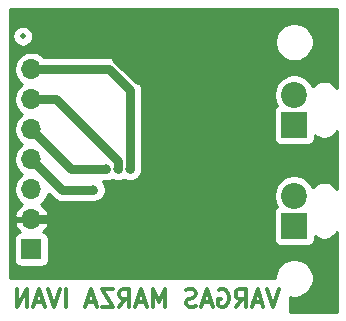
<source format=gbr>
%TF.GenerationSoftware,KiCad,Pcbnew,(5.1.10)-1*%
%TF.CreationDate,2021-10-14T08:55:52-04:00*%
%TF.ProjectId,TP_Final,54505f46-696e-4616-9c2e-6b696361645f,rev?*%
%TF.SameCoordinates,Original*%
%TF.FileFunction,Copper,L2,Bot*%
%TF.FilePolarity,Positive*%
%FSLAX46Y46*%
G04 Gerber Fmt 4.6, Leading zero omitted, Abs format (unit mm)*
G04 Created by KiCad (PCBNEW (5.1.10)-1) date 2021-10-14 08:55:52*
%MOMM*%
%LPD*%
G01*
G04 APERTURE LIST*
%TA.AperFunction,NonConductor*%
%ADD10C,0.300000*%
%TD*%
%TA.AperFunction,ComponentPad*%
%ADD11R,1.700000X1.700000*%
%TD*%
%TA.AperFunction,ComponentPad*%
%ADD12O,1.700000X1.700000*%
%TD*%
%TA.AperFunction,SMDPad,CuDef*%
%ADD13C,0.500000*%
%TD*%
%TA.AperFunction,ComponentPad*%
%ADD14C,2.200000*%
%TD*%
%TA.AperFunction,ComponentPad*%
%ADD15R,2.200000X2.200000*%
%TD*%
%TA.AperFunction,ViaPad*%
%ADD16C,0.800000*%
%TD*%
%TA.AperFunction,Conductor*%
%ADD17C,0.800000*%
%TD*%
%TA.AperFunction,Conductor*%
%ADD18C,0.254000*%
%TD*%
%TA.AperFunction,Conductor*%
%ADD19C,0.100000*%
%TD*%
G04 APERTURE END LIST*
D10*
X131178571Y-113178571D02*
X130678571Y-114678571D01*
X130178571Y-113178571D01*
X129750000Y-114250000D02*
X129035714Y-114250000D01*
X129892857Y-114678571D02*
X129392857Y-113178571D01*
X128892857Y-114678571D01*
X127535714Y-114678571D02*
X128035714Y-113964285D01*
X128392857Y-114678571D02*
X128392857Y-113178571D01*
X127821428Y-113178571D01*
X127678571Y-113250000D01*
X127607142Y-113321428D01*
X127535714Y-113464285D01*
X127535714Y-113678571D01*
X127607142Y-113821428D01*
X127678571Y-113892857D01*
X127821428Y-113964285D01*
X128392857Y-113964285D01*
X126107142Y-113250000D02*
X126250000Y-113178571D01*
X126464285Y-113178571D01*
X126678571Y-113250000D01*
X126821428Y-113392857D01*
X126892857Y-113535714D01*
X126964285Y-113821428D01*
X126964285Y-114035714D01*
X126892857Y-114321428D01*
X126821428Y-114464285D01*
X126678571Y-114607142D01*
X126464285Y-114678571D01*
X126321428Y-114678571D01*
X126107142Y-114607142D01*
X126035714Y-114535714D01*
X126035714Y-114035714D01*
X126321428Y-114035714D01*
X125464285Y-114250000D02*
X124750000Y-114250000D01*
X125607142Y-114678571D02*
X125107142Y-113178571D01*
X124607142Y-114678571D01*
X124178571Y-114607142D02*
X123964285Y-114678571D01*
X123607142Y-114678571D01*
X123464285Y-114607142D01*
X123392857Y-114535714D01*
X123321428Y-114392857D01*
X123321428Y-114250000D01*
X123392857Y-114107142D01*
X123464285Y-114035714D01*
X123607142Y-113964285D01*
X123892857Y-113892857D01*
X124035714Y-113821428D01*
X124107142Y-113750000D01*
X124178571Y-113607142D01*
X124178571Y-113464285D01*
X124107142Y-113321428D01*
X124035714Y-113250000D01*
X123892857Y-113178571D01*
X123535714Y-113178571D01*
X123321428Y-113250000D01*
X121535714Y-114678571D02*
X121535714Y-113178571D01*
X121035714Y-114250000D01*
X120535714Y-113178571D01*
X120535714Y-114678571D01*
X119892857Y-114250000D02*
X119178571Y-114250000D01*
X120035714Y-114678571D02*
X119535714Y-113178571D01*
X119035714Y-114678571D01*
X117678571Y-114678571D02*
X118178571Y-113964285D01*
X118535714Y-114678571D02*
X118535714Y-113178571D01*
X117964285Y-113178571D01*
X117821428Y-113250000D01*
X117750000Y-113321428D01*
X117678571Y-113464285D01*
X117678571Y-113678571D01*
X117750000Y-113821428D01*
X117821428Y-113892857D01*
X117964285Y-113964285D01*
X118535714Y-113964285D01*
X117178571Y-113178571D02*
X116178571Y-113178571D01*
X117178571Y-114678571D01*
X116178571Y-114678571D01*
X115678571Y-114250000D02*
X114964285Y-114250000D01*
X115821428Y-114678571D02*
X115321428Y-113178571D01*
X114821428Y-114678571D01*
X113178571Y-114678571D02*
X113178571Y-113178571D01*
X112678571Y-113178571D02*
X112178571Y-114678571D01*
X111678571Y-113178571D01*
X111250000Y-114250000D02*
X110535714Y-114250000D01*
X111392857Y-114678571D02*
X110892857Y-113178571D01*
X110392857Y-114678571D01*
X109892857Y-114678571D02*
X109892857Y-113178571D01*
X109035714Y-114678571D01*
X109035714Y-113178571D01*
D11*
%TO.P,J1,1*%
%TO.N,VCC*%
X110250000Y-109790000D03*
D12*
%TO.P,J1,2*%
%TO.N,GND*%
X110250000Y-107250000D03*
%TO.P,J1,3*%
%TO.N,/SD_MODE*%
X110250000Y-104710000D03*
%TO.P,J1,4*%
%TO.N,/GAIN*%
X110250000Y-102170000D03*
%TO.P,J1,5*%
%TO.N,/DIN*%
X110250000Y-99630000D03*
%TO.P,J1,6*%
%TO.N,/BCLK*%
X110250000Y-97090000D03*
%TO.P,J1,7*%
%TO.N,/LRCLK*%
X110250000Y-94550000D03*
%TD*%
D13*
%TO.P,FID1,*%
%TO.N,*%
X109500000Y-91750000D03*
%TD*%
D14*
%TO.P,J2,2*%
%TO.N,Net-(C5-Pad1)*%
X132500000Y-96710000D03*
D15*
%TO.P,J2,1*%
%TO.N,Net-(C6-Pad1)*%
X132500000Y-99250000D03*
%TD*%
%TO.P,J3,1*%
%TO.N,Net-(C8-Pad1)*%
X132500000Y-107790000D03*
D14*
%TO.P,J3,2*%
%TO.N,Net-(C7-Pad1)*%
X132500000Y-105250000D03*
%TD*%
D16*
%TO.N,GND*%
X120750000Y-105000000D03*
X120750000Y-108750000D03*
X126500000Y-112000000D03*
X126500000Y-107500000D03*
X126500000Y-101750000D03*
X126500000Y-97000000D03*
X117500000Y-93750000D03*
X120750000Y-98000000D03*
X117250000Y-110750000D03*
X120750000Y-95500000D03*
%TO.N,/GAIN*%
X115500000Y-104750000D03*
%TO.N,/DIN*%
X116574999Y-103013350D03*
%TO.N,/BCLK*%
X117574897Y-102998920D03*
%TO.N,/LRCLK*%
X118574898Y-103000087D03*
%TD*%
D17*
%TO.N,GND*%
X113750000Y-107250000D02*
X117250000Y-110750000D01*
X110250000Y-107250000D02*
X113750000Y-107250000D01*
X119250000Y-95500000D02*
X117500000Y-93750000D01*
X120750000Y-95500000D02*
X119250000Y-95500000D01*
X126500000Y-97000000D02*
X126500000Y-101750000D01*
X126500000Y-101750000D02*
X126500000Y-107500000D01*
X126500000Y-112000000D02*
X126500000Y-107500000D01*
X124000000Y-112000000D02*
X120750000Y-108750000D01*
X126500000Y-112000000D02*
X124000000Y-112000000D01*
X119250000Y-108750000D02*
X117250000Y-110750000D01*
X120750000Y-108750000D02*
X119250000Y-108750000D01*
X120750000Y-108750000D02*
X120750000Y-105000000D01*
X120750000Y-105000000D02*
X120750000Y-98000000D01*
X120750000Y-98000000D02*
X120750000Y-95500000D01*
%TO.N,/GAIN*%
X112830000Y-104750000D02*
X115500000Y-104750000D01*
X110250000Y-102170000D02*
X112830000Y-104750000D01*
%TO.N,/DIN*%
X113633350Y-103013350D02*
X110250000Y-99630000D01*
X116574999Y-103013350D02*
X113633350Y-103013350D01*
%TO.N,/BCLK*%
X112340000Y-97090000D02*
X110250000Y-97090000D01*
X117574897Y-102324897D02*
X112340000Y-97090000D01*
X117574897Y-102998920D02*
X117574897Y-102324897D01*
%TO.N,/LRCLK*%
X116819998Y-94550000D02*
X110250000Y-94550000D01*
X118574898Y-96304900D02*
X116819998Y-94550000D01*
X118574898Y-103000087D02*
X118574898Y-96304900D01*
%TD*%
D18*
%TO.N,GND*%
X136090001Y-96148493D02*
X135960450Y-95954606D01*
X135795394Y-95789550D01*
X135601308Y-95659866D01*
X135385652Y-95570539D01*
X135156712Y-95525000D01*
X134923288Y-95525000D01*
X134694348Y-95570539D01*
X134478692Y-95659866D01*
X134284606Y-95789550D01*
X134119550Y-95954606D01*
X134085910Y-96004952D01*
X134037537Y-95888169D01*
X133847663Y-95604002D01*
X133605998Y-95362337D01*
X133321831Y-95172463D01*
X133006081Y-95041675D01*
X132670883Y-94975000D01*
X132329117Y-94975000D01*
X131993919Y-95041675D01*
X131678169Y-95172463D01*
X131394002Y-95362337D01*
X131152337Y-95604002D01*
X130962463Y-95888169D01*
X130831675Y-96203919D01*
X130765000Y-96539117D01*
X130765000Y-96880883D01*
X130831675Y-97216081D01*
X130962463Y-97531831D01*
X131029690Y-97632443D01*
X130948815Y-97698815D01*
X130869463Y-97795506D01*
X130810498Y-97905820D01*
X130774188Y-98025518D01*
X130761928Y-98150000D01*
X130761928Y-100350000D01*
X130774188Y-100474482D01*
X130810498Y-100594180D01*
X130869463Y-100704494D01*
X130948815Y-100801185D01*
X131045506Y-100880537D01*
X131155820Y-100939502D01*
X131275518Y-100975812D01*
X131400000Y-100988072D01*
X133600000Y-100988072D01*
X133724482Y-100975812D01*
X133844180Y-100939502D01*
X133954494Y-100880537D01*
X134051185Y-100801185D01*
X134130537Y-100704494D01*
X134189502Y-100594180D01*
X134225812Y-100474482D01*
X134238072Y-100350000D01*
X134238072Y-100123916D01*
X134284606Y-100170450D01*
X134478692Y-100300134D01*
X134694348Y-100389461D01*
X134923288Y-100435000D01*
X135156712Y-100435000D01*
X135385652Y-100389461D01*
X135601308Y-100300134D01*
X135795394Y-100170450D01*
X135960450Y-100005394D01*
X136090001Y-99811508D01*
X136090000Y-104688492D01*
X135960450Y-104494606D01*
X135795394Y-104329550D01*
X135601308Y-104199866D01*
X135385652Y-104110539D01*
X135156712Y-104065000D01*
X134923288Y-104065000D01*
X134694348Y-104110539D01*
X134478692Y-104199866D01*
X134284606Y-104329550D01*
X134119550Y-104494606D01*
X134085910Y-104544952D01*
X134037537Y-104428169D01*
X133847663Y-104144002D01*
X133605998Y-103902337D01*
X133321831Y-103712463D01*
X133006081Y-103581675D01*
X132670883Y-103515000D01*
X132329117Y-103515000D01*
X131993919Y-103581675D01*
X131678169Y-103712463D01*
X131394002Y-103902337D01*
X131152337Y-104144002D01*
X130962463Y-104428169D01*
X130831675Y-104743919D01*
X130765000Y-105079117D01*
X130765000Y-105420883D01*
X130831675Y-105756081D01*
X130962463Y-106071831D01*
X131029690Y-106172443D01*
X130948815Y-106238815D01*
X130869463Y-106335506D01*
X130810498Y-106445820D01*
X130774188Y-106565518D01*
X130761928Y-106690000D01*
X130761928Y-108890000D01*
X130774188Y-109014482D01*
X130810498Y-109134180D01*
X130869463Y-109244494D01*
X130948815Y-109341185D01*
X131045506Y-109420537D01*
X131155820Y-109479502D01*
X131275518Y-109515812D01*
X131400000Y-109528072D01*
X133600000Y-109528072D01*
X133724482Y-109515812D01*
X133844180Y-109479502D01*
X133954494Y-109420537D01*
X134051185Y-109341185D01*
X134130537Y-109244494D01*
X134189502Y-109134180D01*
X134225812Y-109014482D01*
X134238072Y-108890000D01*
X134238072Y-108663916D01*
X134284606Y-108710450D01*
X134478692Y-108840134D01*
X134694348Y-108929461D01*
X134923288Y-108975000D01*
X135156712Y-108975000D01*
X135385652Y-108929461D01*
X135601308Y-108840134D01*
X135795394Y-108710450D01*
X135960450Y-108545394D01*
X136090000Y-108351508D01*
X136090000Y-115090000D01*
X132106429Y-115090000D01*
X132106429Y-113838745D01*
X132338967Y-113885000D01*
X132661033Y-113885000D01*
X132976912Y-113822168D01*
X133274463Y-113698918D01*
X133542252Y-113519987D01*
X133769987Y-113292252D01*
X133948918Y-113024463D01*
X134072168Y-112726912D01*
X134135000Y-112411033D01*
X134135000Y-112088967D01*
X134072168Y-111773088D01*
X133948918Y-111475537D01*
X133769987Y-111207748D01*
X133542252Y-110980013D01*
X133274463Y-110801082D01*
X132976912Y-110677832D01*
X132661033Y-110615000D01*
X132338967Y-110615000D01*
X132023088Y-110677832D01*
X131725537Y-110801082D01*
X131457748Y-110980013D01*
X131230013Y-111207748D01*
X131051082Y-111475537D01*
X130927832Y-111773088D01*
X130865000Y-112088967D01*
X130865000Y-112210000D01*
X108410000Y-112210000D01*
X108410000Y-108940000D01*
X108761928Y-108940000D01*
X108761928Y-110640000D01*
X108774188Y-110764482D01*
X108810498Y-110884180D01*
X108869463Y-110994494D01*
X108948815Y-111091185D01*
X109045506Y-111170537D01*
X109155820Y-111229502D01*
X109275518Y-111265812D01*
X109400000Y-111278072D01*
X111100000Y-111278072D01*
X111224482Y-111265812D01*
X111344180Y-111229502D01*
X111454494Y-111170537D01*
X111551185Y-111091185D01*
X111630537Y-110994494D01*
X111689502Y-110884180D01*
X111725812Y-110764482D01*
X111738072Y-110640000D01*
X111738072Y-108940000D01*
X111725812Y-108815518D01*
X111689502Y-108695820D01*
X111630537Y-108585506D01*
X111551185Y-108488815D01*
X111454494Y-108409463D01*
X111344180Y-108350498D01*
X111263534Y-108326034D01*
X111347588Y-108250269D01*
X111521641Y-108016920D01*
X111646825Y-107754099D01*
X111691476Y-107606890D01*
X111570155Y-107377000D01*
X110377000Y-107377000D01*
X110377000Y-107397000D01*
X110123000Y-107397000D01*
X110123000Y-107377000D01*
X108929845Y-107377000D01*
X108808524Y-107606890D01*
X108853175Y-107754099D01*
X108978359Y-108016920D01*
X109152412Y-108250269D01*
X109236466Y-108326034D01*
X109155820Y-108350498D01*
X109045506Y-108409463D01*
X108948815Y-108488815D01*
X108869463Y-108585506D01*
X108810498Y-108695820D01*
X108774188Y-108815518D01*
X108761928Y-108940000D01*
X108410000Y-108940000D01*
X108410000Y-94403740D01*
X108765000Y-94403740D01*
X108765000Y-94696260D01*
X108822068Y-94983158D01*
X108934010Y-95253411D01*
X109096525Y-95496632D01*
X109303368Y-95703475D01*
X109477760Y-95820000D01*
X109303368Y-95936525D01*
X109096525Y-96143368D01*
X108934010Y-96386589D01*
X108822068Y-96656842D01*
X108765000Y-96943740D01*
X108765000Y-97236260D01*
X108822068Y-97523158D01*
X108934010Y-97793411D01*
X109096525Y-98036632D01*
X109303368Y-98243475D01*
X109477760Y-98360000D01*
X109303368Y-98476525D01*
X109096525Y-98683368D01*
X108934010Y-98926589D01*
X108822068Y-99196842D01*
X108765000Y-99483740D01*
X108765000Y-99776260D01*
X108822068Y-100063158D01*
X108934010Y-100333411D01*
X109096525Y-100576632D01*
X109303368Y-100783475D01*
X109477760Y-100900000D01*
X109303368Y-101016525D01*
X109096525Y-101223368D01*
X108934010Y-101466589D01*
X108822068Y-101736842D01*
X108765000Y-102023740D01*
X108765000Y-102316260D01*
X108822068Y-102603158D01*
X108934010Y-102873411D01*
X109096525Y-103116632D01*
X109303368Y-103323475D01*
X109477760Y-103440000D01*
X109303368Y-103556525D01*
X109096525Y-103763368D01*
X108934010Y-104006589D01*
X108822068Y-104276842D01*
X108765000Y-104563740D01*
X108765000Y-104856260D01*
X108822068Y-105143158D01*
X108934010Y-105413411D01*
X109096525Y-105656632D01*
X109303368Y-105863475D01*
X109485534Y-105985195D01*
X109368645Y-106054822D01*
X109152412Y-106249731D01*
X108978359Y-106483080D01*
X108853175Y-106745901D01*
X108808524Y-106893110D01*
X108929845Y-107123000D01*
X110123000Y-107123000D01*
X110123000Y-107103000D01*
X110377000Y-107103000D01*
X110377000Y-107123000D01*
X111570155Y-107123000D01*
X111691476Y-106893110D01*
X111646825Y-106745901D01*
X111521641Y-106483080D01*
X111347588Y-106249731D01*
X111131355Y-106054822D01*
X111014466Y-105985195D01*
X111196632Y-105863475D01*
X111403475Y-105656632D01*
X111565990Y-105413411D01*
X111677932Y-105143158D01*
X111691456Y-105075167D01*
X112062197Y-105445908D01*
X112094604Y-105485396D01*
X112134092Y-105517803D01*
X112252202Y-105614734D01*
X112330589Y-105656632D01*
X112432007Y-105710841D01*
X112627105Y-105770024D01*
X112779162Y-105785000D01*
X112779164Y-105785000D01*
X112830000Y-105790007D01*
X112880835Y-105785000D01*
X115601939Y-105785000D01*
X115652057Y-105775031D01*
X115702895Y-105770024D01*
X115751777Y-105755196D01*
X115801898Y-105745226D01*
X115849113Y-105725669D01*
X115897993Y-105710841D01*
X115943042Y-105686762D01*
X115990256Y-105667205D01*
X116032746Y-105638814D01*
X116077797Y-105614734D01*
X116117284Y-105582328D01*
X116159774Y-105553937D01*
X116195908Y-105517803D01*
X116235396Y-105485396D01*
X116267803Y-105445908D01*
X116303937Y-105409774D01*
X116332328Y-105367284D01*
X116364734Y-105327797D01*
X116388814Y-105282746D01*
X116417205Y-105240256D01*
X116436762Y-105193042D01*
X116460841Y-105147993D01*
X116475669Y-105099113D01*
X116495226Y-105051898D01*
X116505196Y-105001777D01*
X116520024Y-104952895D01*
X116525031Y-104902057D01*
X116535000Y-104851939D01*
X116535000Y-104800838D01*
X116540007Y-104750000D01*
X116535000Y-104699162D01*
X116535000Y-104648061D01*
X116525031Y-104597943D01*
X116520024Y-104547105D01*
X116505196Y-104498223D01*
X116495226Y-104448102D01*
X116475669Y-104400887D01*
X116460841Y-104352007D01*
X116436762Y-104306958D01*
X116417205Y-104259744D01*
X116388814Y-104217254D01*
X116364734Y-104172203D01*
X116332328Y-104132716D01*
X116303937Y-104090226D01*
X116267803Y-104054092D01*
X116263091Y-104048350D01*
X116676938Y-104048350D01*
X116727056Y-104038381D01*
X116777894Y-104033374D01*
X116826776Y-104018546D01*
X116876897Y-104008576D01*
X116924112Y-103989019D01*
X116972992Y-103974191D01*
X117018041Y-103950112D01*
X117065255Y-103930555D01*
X117086005Y-103916690D01*
X117131855Y-103935682D01*
X117176904Y-103959761D01*
X117225784Y-103974589D01*
X117272999Y-103994146D01*
X117323120Y-104004116D01*
X117372002Y-104018944D01*
X117422840Y-104023951D01*
X117472958Y-104033920D01*
X117524059Y-104033920D01*
X117574897Y-104038927D01*
X117625735Y-104033920D01*
X117676836Y-104033920D01*
X117726955Y-104023951D01*
X117777791Y-104018944D01*
X117826671Y-104004116D01*
X117876795Y-103994146D01*
X117924013Y-103974588D01*
X117972889Y-103959761D01*
X118017936Y-103935683D01*
X118065153Y-103916125D01*
X118074024Y-103910197D01*
X118084642Y-103917292D01*
X118131856Y-103936849D01*
X118176905Y-103960928D01*
X118225785Y-103975756D01*
X118273000Y-103995313D01*
X118323121Y-104005283D01*
X118372003Y-104020111D01*
X118422841Y-104025118D01*
X118472959Y-104035087D01*
X118524060Y-104035087D01*
X118574898Y-104040094D01*
X118625736Y-104035087D01*
X118676837Y-104035087D01*
X118726956Y-104025118D01*
X118777792Y-104020111D01*
X118826672Y-104005283D01*
X118876796Y-103995313D01*
X118924014Y-103975755D01*
X118972890Y-103960928D01*
X119017937Y-103936850D01*
X119065154Y-103917292D01*
X119107645Y-103888901D01*
X119152695Y-103864821D01*
X119192182Y-103832415D01*
X119234672Y-103804024D01*
X119270806Y-103767890D01*
X119310294Y-103735483D01*
X119342701Y-103695995D01*
X119378835Y-103659861D01*
X119407226Y-103617371D01*
X119439632Y-103577884D01*
X119463712Y-103532833D01*
X119492103Y-103490343D01*
X119511660Y-103443129D01*
X119535739Y-103398080D01*
X119550567Y-103349200D01*
X119570124Y-103301985D01*
X119580094Y-103251864D01*
X119594922Y-103202982D01*
X119599929Y-103152144D01*
X119609898Y-103102026D01*
X119609898Y-96355727D01*
X119614904Y-96304899D01*
X119609898Y-96254071D01*
X119609898Y-96254062D01*
X119594922Y-96102005D01*
X119535739Y-95906907D01*
X119473011Y-95789550D01*
X119439632Y-95727102D01*
X119342701Y-95608992D01*
X119310294Y-95569504D01*
X119270806Y-95537097D01*
X117587805Y-93854097D01*
X117555394Y-93814604D01*
X117397795Y-93685266D01*
X117217991Y-93589159D01*
X117022893Y-93529976D01*
X116870836Y-93515000D01*
X116870826Y-93515000D01*
X116819998Y-93509994D01*
X116769170Y-93515000D01*
X111315107Y-93515000D01*
X111196632Y-93396525D01*
X110953411Y-93234010D01*
X110683158Y-93122068D01*
X110396260Y-93065000D01*
X110103740Y-93065000D01*
X109816842Y-93122068D01*
X109546589Y-93234010D01*
X109303368Y-93396525D01*
X109096525Y-93603368D01*
X108934010Y-93846589D01*
X108822068Y-94116842D01*
X108765000Y-94403740D01*
X108410000Y-94403740D01*
X108410000Y-91662835D01*
X108615000Y-91662835D01*
X108615000Y-91837165D01*
X108649010Y-92008145D01*
X108715723Y-92169205D01*
X108812576Y-92314155D01*
X108935845Y-92437424D01*
X109080795Y-92534277D01*
X109241855Y-92600990D01*
X109412835Y-92635000D01*
X109587165Y-92635000D01*
X109758145Y-92600990D01*
X109919205Y-92534277D01*
X110064155Y-92437424D01*
X110187424Y-92314155D01*
X110284277Y-92169205D01*
X110317512Y-92088967D01*
X130865000Y-92088967D01*
X130865000Y-92411033D01*
X130927832Y-92726912D01*
X131051082Y-93024463D01*
X131230013Y-93292252D01*
X131457748Y-93519987D01*
X131725537Y-93698918D01*
X132023088Y-93822168D01*
X132338967Y-93885000D01*
X132661033Y-93885000D01*
X132976912Y-93822168D01*
X133274463Y-93698918D01*
X133542252Y-93519987D01*
X133769987Y-93292252D01*
X133948918Y-93024463D01*
X134072168Y-92726912D01*
X134135000Y-92411033D01*
X134135000Y-92088967D01*
X134072168Y-91773088D01*
X133948918Y-91475537D01*
X133769987Y-91207748D01*
X133542252Y-90980013D01*
X133274463Y-90801082D01*
X132976912Y-90677832D01*
X132661033Y-90615000D01*
X132338967Y-90615000D01*
X132023088Y-90677832D01*
X131725537Y-90801082D01*
X131457748Y-90980013D01*
X131230013Y-91207748D01*
X131051082Y-91475537D01*
X130927832Y-91773088D01*
X130865000Y-92088967D01*
X110317512Y-92088967D01*
X110350990Y-92008145D01*
X110385000Y-91837165D01*
X110385000Y-91662835D01*
X110350990Y-91491855D01*
X110284277Y-91330795D01*
X110187424Y-91185845D01*
X110064155Y-91062576D01*
X109919205Y-90965723D01*
X109758145Y-90899010D01*
X109587165Y-90865000D01*
X109412835Y-90865000D01*
X109241855Y-90899010D01*
X109080795Y-90965723D01*
X108935845Y-91062576D01*
X108812576Y-91185845D01*
X108715723Y-91330795D01*
X108649010Y-91491855D01*
X108615000Y-91662835D01*
X108410000Y-91662835D01*
X108410000Y-89410000D01*
X136090001Y-89410000D01*
X136090001Y-96148493D01*
%TA.AperFunction,Conductor*%
D19*
G36*
X136090001Y-96148493D02*
G01*
X135960450Y-95954606D01*
X135795394Y-95789550D01*
X135601308Y-95659866D01*
X135385652Y-95570539D01*
X135156712Y-95525000D01*
X134923288Y-95525000D01*
X134694348Y-95570539D01*
X134478692Y-95659866D01*
X134284606Y-95789550D01*
X134119550Y-95954606D01*
X134085910Y-96004952D01*
X134037537Y-95888169D01*
X133847663Y-95604002D01*
X133605998Y-95362337D01*
X133321831Y-95172463D01*
X133006081Y-95041675D01*
X132670883Y-94975000D01*
X132329117Y-94975000D01*
X131993919Y-95041675D01*
X131678169Y-95172463D01*
X131394002Y-95362337D01*
X131152337Y-95604002D01*
X130962463Y-95888169D01*
X130831675Y-96203919D01*
X130765000Y-96539117D01*
X130765000Y-96880883D01*
X130831675Y-97216081D01*
X130962463Y-97531831D01*
X131029690Y-97632443D01*
X130948815Y-97698815D01*
X130869463Y-97795506D01*
X130810498Y-97905820D01*
X130774188Y-98025518D01*
X130761928Y-98150000D01*
X130761928Y-100350000D01*
X130774188Y-100474482D01*
X130810498Y-100594180D01*
X130869463Y-100704494D01*
X130948815Y-100801185D01*
X131045506Y-100880537D01*
X131155820Y-100939502D01*
X131275518Y-100975812D01*
X131400000Y-100988072D01*
X133600000Y-100988072D01*
X133724482Y-100975812D01*
X133844180Y-100939502D01*
X133954494Y-100880537D01*
X134051185Y-100801185D01*
X134130537Y-100704494D01*
X134189502Y-100594180D01*
X134225812Y-100474482D01*
X134238072Y-100350000D01*
X134238072Y-100123916D01*
X134284606Y-100170450D01*
X134478692Y-100300134D01*
X134694348Y-100389461D01*
X134923288Y-100435000D01*
X135156712Y-100435000D01*
X135385652Y-100389461D01*
X135601308Y-100300134D01*
X135795394Y-100170450D01*
X135960450Y-100005394D01*
X136090001Y-99811508D01*
X136090000Y-104688492D01*
X135960450Y-104494606D01*
X135795394Y-104329550D01*
X135601308Y-104199866D01*
X135385652Y-104110539D01*
X135156712Y-104065000D01*
X134923288Y-104065000D01*
X134694348Y-104110539D01*
X134478692Y-104199866D01*
X134284606Y-104329550D01*
X134119550Y-104494606D01*
X134085910Y-104544952D01*
X134037537Y-104428169D01*
X133847663Y-104144002D01*
X133605998Y-103902337D01*
X133321831Y-103712463D01*
X133006081Y-103581675D01*
X132670883Y-103515000D01*
X132329117Y-103515000D01*
X131993919Y-103581675D01*
X131678169Y-103712463D01*
X131394002Y-103902337D01*
X131152337Y-104144002D01*
X130962463Y-104428169D01*
X130831675Y-104743919D01*
X130765000Y-105079117D01*
X130765000Y-105420883D01*
X130831675Y-105756081D01*
X130962463Y-106071831D01*
X131029690Y-106172443D01*
X130948815Y-106238815D01*
X130869463Y-106335506D01*
X130810498Y-106445820D01*
X130774188Y-106565518D01*
X130761928Y-106690000D01*
X130761928Y-108890000D01*
X130774188Y-109014482D01*
X130810498Y-109134180D01*
X130869463Y-109244494D01*
X130948815Y-109341185D01*
X131045506Y-109420537D01*
X131155820Y-109479502D01*
X131275518Y-109515812D01*
X131400000Y-109528072D01*
X133600000Y-109528072D01*
X133724482Y-109515812D01*
X133844180Y-109479502D01*
X133954494Y-109420537D01*
X134051185Y-109341185D01*
X134130537Y-109244494D01*
X134189502Y-109134180D01*
X134225812Y-109014482D01*
X134238072Y-108890000D01*
X134238072Y-108663916D01*
X134284606Y-108710450D01*
X134478692Y-108840134D01*
X134694348Y-108929461D01*
X134923288Y-108975000D01*
X135156712Y-108975000D01*
X135385652Y-108929461D01*
X135601308Y-108840134D01*
X135795394Y-108710450D01*
X135960450Y-108545394D01*
X136090000Y-108351508D01*
X136090000Y-115090000D01*
X132106429Y-115090000D01*
X132106429Y-113838745D01*
X132338967Y-113885000D01*
X132661033Y-113885000D01*
X132976912Y-113822168D01*
X133274463Y-113698918D01*
X133542252Y-113519987D01*
X133769987Y-113292252D01*
X133948918Y-113024463D01*
X134072168Y-112726912D01*
X134135000Y-112411033D01*
X134135000Y-112088967D01*
X134072168Y-111773088D01*
X133948918Y-111475537D01*
X133769987Y-111207748D01*
X133542252Y-110980013D01*
X133274463Y-110801082D01*
X132976912Y-110677832D01*
X132661033Y-110615000D01*
X132338967Y-110615000D01*
X132023088Y-110677832D01*
X131725537Y-110801082D01*
X131457748Y-110980013D01*
X131230013Y-111207748D01*
X131051082Y-111475537D01*
X130927832Y-111773088D01*
X130865000Y-112088967D01*
X130865000Y-112210000D01*
X108410000Y-112210000D01*
X108410000Y-108940000D01*
X108761928Y-108940000D01*
X108761928Y-110640000D01*
X108774188Y-110764482D01*
X108810498Y-110884180D01*
X108869463Y-110994494D01*
X108948815Y-111091185D01*
X109045506Y-111170537D01*
X109155820Y-111229502D01*
X109275518Y-111265812D01*
X109400000Y-111278072D01*
X111100000Y-111278072D01*
X111224482Y-111265812D01*
X111344180Y-111229502D01*
X111454494Y-111170537D01*
X111551185Y-111091185D01*
X111630537Y-110994494D01*
X111689502Y-110884180D01*
X111725812Y-110764482D01*
X111738072Y-110640000D01*
X111738072Y-108940000D01*
X111725812Y-108815518D01*
X111689502Y-108695820D01*
X111630537Y-108585506D01*
X111551185Y-108488815D01*
X111454494Y-108409463D01*
X111344180Y-108350498D01*
X111263534Y-108326034D01*
X111347588Y-108250269D01*
X111521641Y-108016920D01*
X111646825Y-107754099D01*
X111691476Y-107606890D01*
X111570155Y-107377000D01*
X110377000Y-107377000D01*
X110377000Y-107397000D01*
X110123000Y-107397000D01*
X110123000Y-107377000D01*
X108929845Y-107377000D01*
X108808524Y-107606890D01*
X108853175Y-107754099D01*
X108978359Y-108016920D01*
X109152412Y-108250269D01*
X109236466Y-108326034D01*
X109155820Y-108350498D01*
X109045506Y-108409463D01*
X108948815Y-108488815D01*
X108869463Y-108585506D01*
X108810498Y-108695820D01*
X108774188Y-108815518D01*
X108761928Y-108940000D01*
X108410000Y-108940000D01*
X108410000Y-94403740D01*
X108765000Y-94403740D01*
X108765000Y-94696260D01*
X108822068Y-94983158D01*
X108934010Y-95253411D01*
X109096525Y-95496632D01*
X109303368Y-95703475D01*
X109477760Y-95820000D01*
X109303368Y-95936525D01*
X109096525Y-96143368D01*
X108934010Y-96386589D01*
X108822068Y-96656842D01*
X108765000Y-96943740D01*
X108765000Y-97236260D01*
X108822068Y-97523158D01*
X108934010Y-97793411D01*
X109096525Y-98036632D01*
X109303368Y-98243475D01*
X109477760Y-98360000D01*
X109303368Y-98476525D01*
X109096525Y-98683368D01*
X108934010Y-98926589D01*
X108822068Y-99196842D01*
X108765000Y-99483740D01*
X108765000Y-99776260D01*
X108822068Y-100063158D01*
X108934010Y-100333411D01*
X109096525Y-100576632D01*
X109303368Y-100783475D01*
X109477760Y-100900000D01*
X109303368Y-101016525D01*
X109096525Y-101223368D01*
X108934010Y-101466589D01*
X108822068Y-101736842D01*
X108765000Y-102023740D01*
X108765000Y-102316260D01*
X108822068Y-102603158D01*
X108934010Y-102873411D01*
X109096525Y-103116632D01*
X109303368Y-103323475D01*
X109477760Y-103440000D01*
X109303368Y-103556525D01*
X109096525Y-103763368D01*
X108934010Y-104006589D01*
X108822068Y-104276842D01*
X108765000Y-104563740D01*
X108765000Y-104856260D01*
X108822068Y-105143158D01*
X108934010Y-105413411D01*
X109096525Y-105656632D01*
X109303368Y-105863475D01*
X109485534Y-105985195D01*
X109368645Y-106054822D01*
X109152412Y-106249731D01*
X108978359Y-106483080D01*
X108853175Y-106745901D01*
X108808524Y-106893110D01*
X108929845Y-107123000D01*
X110123000Y-107123000D01*
X110123000Y-107103000D01*
X110377000Y-107103000D01*
X110377000Y-107123000D01*
X111570155Y-107123000D01*
X111691476Y-106893110D01*
X111646825Y-106745901D01*
X111521641Y-106483080D01*
X111347588Y-106249731D01*
X111131355Y-106054822D01*
X111014466Y-105985195D01*
X111196632Y-105863475D01*
X111403475Y-105656632D01*
X111565990Y-105413411D01*
X111677932Y-105143158D01*
X111691456Y-105075167D01*
X112062197Y-105445908D01*
X112094604Y-105485396D01*
X112134092Y-105517803D01*
X112252202Y-105614734D01*
X112330589Y-105656632D01*
X112432007Y-105710841D01*
X112627105Y-105770024D01*
X112779162Y-105785000D01*
X112779164Y-105785000D01*
X112830000Y-105790007D01*
X112880835Y-105785000D01*
X115601939Y-105785000D01*
X115652057Y-105775031D01*
X115702895Y-105770024D01*
X115751777Y-105755196D01*
X115801898Y-105745226D01*
X115849113Y-105725669D01*
X115897993Y-105710841D01*
X115943042Y-105686762D01*
X115990256Y-105667205D01*
X116032746Y-105638814D01*
X116077797Y-105614734D01*
X116117284Y-105582328D01*
X116159774Y-105553937D01*
X116195908Y-105517803D01*
X116235396Y-105485396D01*
X116267803Y-105445908D01*
X116303937Y-105409774D01*
X116332328Y-105367284D01*
X116364734Y-105327797D01*
X116388814Y-105282746D01*
X116417205Y-105240256D01*
X116436762Y-105193042D01*
X116460841Y-105147993D01*
X116475669Y-105099113D01*
X116495226Y-105051898D01*
X116505196Y-105001777D01*
X116520024Y-104952895D01*
X116525031Y-104902057D01*
X116535000Y-104851939D01*
X116535000Y-104800838D01*
X116540007Y-104750000D01*
X116535000Y-104699162D01*
X116535000Y-104648061D01*
X116525031Y-104597943D01*
X116520024Y-104547105D01*
X116505196Y-104498223D01*
X116495226Y-104448102D01*
X116475669Y-104400887D01*
X116460841Y-104352007D01*
X116436762Y-104306958D01*
X116417205Y-104259744D01*
X116388814Y-104217254D01*
X116364734Y-104172203D01*
X116332328Y-104132716D01*
X116303937Y-104090226D01*
X116267803Y-104054092D01*
X116263091Y-104048350D01*
X116676938Y-104048350D01*
X116727056Y-104038381D01*
X116777894Y-104033374D01*
X116826776Y-104018546D01*
X116876897Y-104008576D01*
X116924112Y-103989019D01*
X116972992Y-103974191D01*
X117018041Y-103950112D01*
X117065255Y-103930555D01*
X117086005Y-103916690D01*
X117131855Y-103935682D01*
X117176904Y-103959761D01*
X117225784Y-103974589D01*
X117272999Y-103994146D01*
X117323120Y-104004116D01*
X117372002Y-104018944D01*
X117422840Y-104023951D01*
X117472958Y-104033920D01*
X117524059Y-104033920D01*
X117574897Y-104038927D01*
X117625735Y-104033920D01*
X117676836Y-104033920D01*
X117726955Y-104023951D01*
X117777791Y-104018944D01*
X117826671Y-104004116D01*
X117876795Y-103994146D01*
X117924013Y-103974588D01*
X117972889Y-103959761D01*
X118017936Y-103935683D01*
X118065153Y-103916125D01*
X118074024Y-103910197D01*
X118084642Y-103917292D01*
X118131856Y-103936849D01*
X118176905Y-103960928D01*
X118225785Y-103975756D01*
X118273000Y-103995313D01*
X118323121Y-104005283D01*
X118372003Y-104020111D01*
X118422841Y-104025118D01*
X118472959Y-104035087D01*
X118524060Y-104035087D01*
X118574898Y-104040094D01*
X118625736Y-104035087D01*
X118676837Y-104035087D01*
X118726956Y-104025118D01*
X118777792Y-104020111D01*
X118826672Y-104005283D01*
X118876796Y-103995313D01*
X118924014Y-103975755D01*
X118972890Y-103960928D01*
X119017937Y-103936850D01*
X119065154Y-103917292D01*
X119107645Y-103888901D01*
X119152695Y-103864821D01*
X119192182Y-103832415D01*
X119234672Y-103804024D01*
X119270806Y-103767890D01*
X119310294Y-103735483D01*
X119342701Y-103695995D01*
X119378835Y-103659861D01*
X119407226Y-103617371D01*
X119439632Y-103577884D01*
X119463712Y-103532833D01*
X119492103Y-103490343D01*
X119511660Y-103443129D01*
X119535739Y-103398080D01*
X119550567Y-103349200D01*
X119570124Y-103301985D01*
X119580094Y-103251864D01*
X119594922Y-103202982D01*
X119599929Y-103152144D01*
X119609898Y-103102026D01*
X119609898Y-96355727D01*
X119614904Y-96304899D01*
X119609898Y-96254071D01*
X119609898Y-96254062D01*
X119594922Y-96102005D01*
X119535739Y-95906907D01*
X119473011Y-95789550D01*
X119439632Y-95727102D01*
X119342701Y-95608992D01*
X119310294Y-95569504D01*
X119270806Y-95537097D01*
X117587805Y-93854097D01*
X117555394Y-93814604D01*
X117397795Y-93685266D01*
X117217991Y-93589159D01*
X117022893Y-93529976D01*
X116870836Y-93515000D01*
X116870826Y-93515000D01*
X116819998Y-93509994D01*
X116769170Y-93515000D01*
X111315107Y-93515000D01*
X111196632Y-93396525D01*
X110953411Y-93234010D01*
X110683158Y-93122068D01*
X110396260Y-93065000D01*
X110103740Y-93065000D01*
X109816842Y-93122068D01*
X109546589Y-93234010D01*
X109303368Y-93396525D01*
X109096525Y-93603368D01*
X108934010Y-93846589D01*
X108822068Y-94116842D01*
X108765000Y-94403740D01*
X108410000Y-94403740D01*
X108410000Y-91662835D01*
X108615000Y-91662835D01*
X108615000Y-91837165D01*
X108649010Y-92008145D01*
X108715723Y-92169205D01*
X108812576Y-92314155D01*
X108935845Y-92437424D01*
X109080795Y-92534277D01*
X109241855Y-92600990D01*
X109412835Y-92635000D01*
X109587165Y-92635000D01*
X109758145Y-92600990D01*
X109919205Y-92534277D01*
X110064155Y-92437424D01*
X110187424Y-92314155D01*
X110284277Y-92169205D01*
X110317512Y-92088967D01*
X130865000Y-92088967D01*
X130865000Y-92411033D01*
X130927832Y-92726912D01*
X131051082Y-93024463D01*
X131230013Y-93292252D01*
X131457748Y-93519987D01*
X131725537Y-93698918D01*
X132023088Y-93822168D01*
X132338967Y-93885000D01*
X132661033Y-93885000D01*
X132976912Y-93822168D01*
X133274463Y-93698918D01*
X133542252Y-93519987D01*
X133769987Y-93292252D01*
X133948918Y-93024463D01*
X134072168Y-92726912D01*
X134135000Y-92411033D01*
X134135000Y-92088967D01*
X134072168Y-91773088D01*
X133948918Y-91475537D01*
X133769987Y-91207748D01*
X133542252Y-90980013D01*
X133274463Y-90801082D01*
X132976912Y-90677832D01*
X132661033Y-90615000D01*
X132338967Y-90615000D01*
X132023088Y-90677832D01*
X131725537Y-90801082D01*
X131457748Y-90980013D01*
X131230013Y-91207748D01*
X131051082Y-91475537D01*
X130927832Y-91773088D01*
X130865000Y-92088967D01*
X110317512Y-92088967D01*
X110350990Y-92008145D01*
X110385000Y-91837165D01*
X110385000Y-91662835D01*
X110350990Y-91491855D01*
X110284277Y-91330795D01*
X110187424Y-91185845D01*
X110064155Y-91062576D01*
X109919205Y-90965723D01*
X109758145Y-90899010D01*
X109587165Y-90865000D01*
X109412835Y-90865000D01*
X109241855Y-90899010D01*
X109080795Y-90965723D01*
X108935845Y-91062576D01*
X108812576Y-91185845D01*
X108715723Y-91330795D01*
X108649010Y-91491855D01*
X108615000Y-91662835D01*
X108410000Y-91662835D01*
X108410000Y-89410000D01*
X136090001Y-89410000D01*
X136090001Y-96148493D01*
G37*
%TD.AperFunction*%
%TD*%
M02*

</source>
